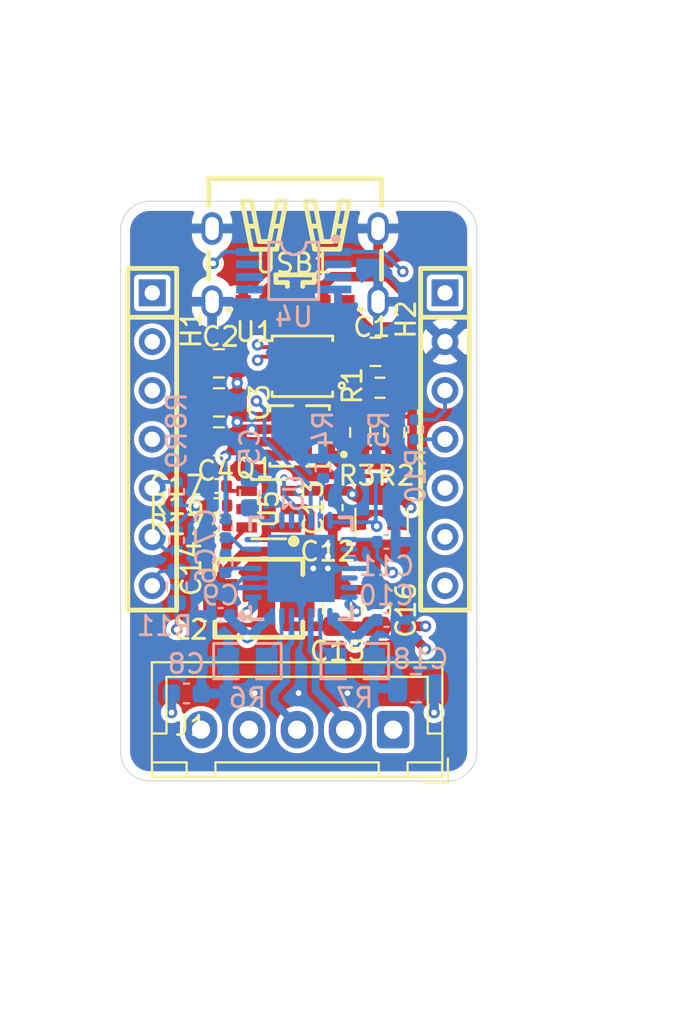
<source format=kicad_pcb>
(kicad_pcb (version 20240108) (generator "pcbnew") (generator_version "8.0")
  (title_block (title "Pepper Stepper") (date "2025-03-27") (rev "0.1"))
  (layers (0 "F.Cu" signal) (1 "In1.Cu" signal) (2 "In2.Cu" signal) (31 "B.Cu" signal) (34 "B.Paste" user) (35 "F.Paste" user) (36 "B.SilkS" user "B.Silkscreen") (37 "F.SilkS" user "F.Silkscreen") (38 "B.Mask" user) (39 "F.Mask" user) (44 "Edge.Cuts" user))
  (net 0 "")
  (net 1 "Net-(U1-VIN)")
  (net 2 "+3V3")
  (net 3 "VM")
  (net 4 "Net-(U3-5VOUT)")
  (net 5 "Net-(U3-CPI)")
  (net 6 "Net-(U3-CPO)")
  (net 7 "Net-(U3-VCP)")
  (net 8 "Net-(U5-SW)")
  (net 9 "Net-(U5-BOOT)")
  (net 10 "Net-(U5-FB)")
  (net 12 "Net-(H1-Pad7)")
  (net 13 "/SCL")
  (net 14 "/INDEX")
  (net 16 "/DIAG")
  (net 17 "/SDA")
  (net 18 "+5V")
  (net 19 "/1-WIRE")
  (net 20 "/TACH")
  (net 21 "/PWM")
  (net 22 "/UART")
  (net 23 "/A2")
  (net 24 "/B1")
  (net 25 "/B2")
  (net 26 "/A1")
  (net 27 "Net-(Q1-S-Pad1)")
  (net 28 "Net-(Q1-G)")
  (net 29 "Net-(U1-GATE)")
  (net 30 "Net-(U3-CLK)")
  (net 31 "Net-(U3-BRB)")
  (net 32 "Net-(U3-BRA)")
  (net 35 "/CC2")
  (net 36 "/CC1")
  (net 50 "GND")
  (footprint "pepper_stepper:DFN-10_L3.0-W3.0-P0.50-BL-EP2.5" (layer "F.Cu") (at 150.308 75.1732 90)
    (property "Reference" "U1")
    (property "Value" "HUSB238_002DD")
  )
  (footprint "Resistor_SMD:R_0603_1608Metric" (layer "F.Cu") (at 153.3084 78.6128 90)
    (property "Reference" "R3")
    (property "Value" "5K1")
  )
  (footprint "Capacitor_SMD:C_1210_3225Metric" (layer "F.Cu") (at 154.4228 83.286982 -90)
    (property "Reference" "C12")
    (property "Value" "10uF/25v")
  )
  (footprint "Capacitor_SMD:C_0402_1005Metric" (layer "F.Cu") (at 145.8744 81.4012)
    (property "Reference" "C17")
    (property "Value" "56pF")
  )
  (footprint "Resistor_SMD:R_0402_1005Metric" (layer "F.Cu") (at 145.8744 82.4172 180)
    (property "Reference" "R16")
    (property "Value" "100K@1%")
  )
  (footprint "Capacitor_SMD:C_0805_2012Metric" (layer "F.Cu") (at 145.9576 77.0497 180)
    (property "Reference" "C3")
    (property "Value" "4.7uF")
  )
  (footprint "Capacitor_SMD:C_0805_2012Metric" (layer "F.Cu") (at 145.9576 75.0177)
    (property "Reference" "C2")
    (property "Value" "4.7uF")
  )
  (footprint "pepper_stepper:SOT-23-6_L2.9-W1.6-P0.95-LS2.8-BL" (layer "F.Cu") (at 148.5484 82.6052 90)
    (property "Reference" "U5")
    (property "Value" "TPS54202DDCR")
  )
  (footprint "pepper_stepper:HDR-TH_7P-P2.54-V-F_MF254V-11-07-0743" (layer "F.Cu") (at 142.4848 78.968982 -90)
    (property "Reference" "H1")
    (property "Value" "MF254V-11-07-0743")
  )
  (footprint "pepper_stepper:PDFN-8_L3.1-W3.0-P0.65-LS3.3-BL" (layer "F.Cu") (at 150.15 78.78 90)
    (property "Reference" "Q1")
    (property "Value" "DOZ30P03")
  )
  (footprint "pepper_stepper:IND-SMD_L4.5-W4.1_YXMAA0402" (layer "F.Cu") (at 148.0334 87.2432)
    (property "Reference" "L2")
    (property "Value" "MDA4020-100M")
  )
  (footprint "Capacitor_SMD:C_0603_1608Metric" (layer "F.Cu") (at 151.8828 82.524982 90)
    (property "Reference" "C13")
    (property "Value" "0.1uF/25v")
  )
  (footprint "Capacitor_SMD:C_0805_2012Metric" (layer "F.Cu") (at 154.1008 74.4198 180)
    (property "Reference" "C1")
    (property "Value" "1uF/50V")
  )
  (footprint "Connector_JST:JST_XH_B5B-XH-A_1x05_P2.50mm_Vertical" (layer "F.Cu") (at 155.0248 94.081982 180)
    (property "Reference" "J1")
    (property "Value" "Conn_01x05_Socket")
  )
  (footprint "Resistor_SMD:R_0603_1608Metric" (layer "F.Cu") (at 154.3396 76.2877 180)
    (property "Reference" "R1")
    (property "Value" "10R")
  )
  (footprint "Capacitor_SMD:C_0805_2012Metric" (layer "F.Cu") (at 145.9576 79.0817 180)
    (property "Reference" "C4")
    (property "Value" "4.7uF")
  )
  (footprint "pepper_stepper:HDR-TH_7P-P2.54-V-F_MF254V-11-07-0743" (layer "F.Cu") (at 157.7248 78.968982 -90)
    (property "Reference" "H2")
    (property "Value" "MF254V-11-07-0743")
  )
  (footprint "Capacitor_SMD:C_0402_1005Metric" (layer "F.Cu") (at 145.8744 84.4492 180)
    (property "Reference" "C14")
    (property "Value" "0.1uF")
  )
  (footprint "Resistor_SMD:R_0603_1608Metric" (layer "F.Cu") (at 155.0864 78.6128 -90)
    (property "Reference" "R2")
    (property "Value" "49.9K")
  )
  (footprint "Resistor_SMD:R_0402_1005Metric" (layer "F.Cu") (at 145.8744 83.4332)
    (property "Reference" "R17")
    (property "Value" "22K1@1%")
  )
  (footprint "Capacitor_SMD:C_0805_2012Metric" (layer "F.Cu") (at 152.0974 87.7512 -90)
    (property "Reference" "C15")
    (property "Value" "22uF")
  )
  (footprint "pepper_stepper:TYPE-C-SMD_TYPE-C-6P_5" (layer "F.Cu") (at 149.92 70.03 180)
    (property "Reference" "USB1")
    (property "Value" "TYPE-C 6P(073)")
  )
  (footprint "Capacitor_SMD:C_0805_2012Metric" (layer "F.Cu") (at 154.1294 87.7512 -90)
    (property "Reference" "C16")
    (property "Value" "22uF")
  )
  (footprint "Capacitor_SMD:C_0805_2012Metric" (layer "B.Cu") (at 156.2008 91.922982)
    (property "Reference" "C18")
    (property "Value" "22uF")
  )
  (footprint "Capacitor_SMD:C_0402_1005Metric" (layer "B.Cu") (at 146.0408 88.112982)
    (property "Reference" "C9")
    (property "Value" "100nF/50V")
  )
  (footprint "pepper_stepper:R0805" (layer "B.Cu") (at 153.0258 90.5148)
    (property "Reference" "R7")
    (property "Value" "1R00")
  )
  (footprint "Resistor_SMD:R_0402_1005Metric" (layer "B.Cu") (at 151.3748 80.4818 -90)
    (property "Reference" "R4")
    (property "Value" "20K")
  )
  (footprint "Capacitor_SMD:C_0402_1005Metric" (layer "B.Cu") (at 154.6768 84.302982)
    (property "Reference" "C11")
    (property "Value" "100nF/50V")
  )
  (footprint "Capacitor_SMD:C_0402_1005Metric" (layer "B.Cu") (at 146.2948 85.4348 90)
    (property "Reference" "C6")
    (property "Value" "22nF/50V")
  )
  (footprint "Capacitor_SMD:C_0603_1608Metric" (layer "B.Cu") (at 144.2628 92.196046 180)
    (property "Reference" "C8")
    (property "Value" "1uF/50V")
  )
  (footprint "Resistor_SMD:R_0402_1005Metric" (layer "B.Cu") (at 156.2008 78.460982 -90)
    (property "Reference" "R10")
    (property "Value" "4K7")
  )
  (footprint "Resistor_SMD:R_0402_1005Metric" (layer "B.Cu") (at 154.1688 80.492982 -90)
    (property "Reference" "R5")
    (property "Value" "20K")
  )
  (footprint "Resistor_SMD:R_0402_1005Metric" (layer "B.Cu") (at 143.7548 84.238982 -90)
    (property "Reference" "R9")
    (property "Value" "2K2")
  )
  (footprint "Resistor_SMD:R_0603_1608Metric" (layer "B.Cu") (at 143.7548 86.651982 90)
    (property "Reference" "R11")
    (property "Value" "1K")
  )
  (footprint "pepper_stepper:MSOP-8_L3.0-W3.0-P0.65-LS4.9-BL" (layer "B.Cu") (at 149.8508 70.1948 -90)
    (property "Reference" "U4")
    (property "Value" "DS18B20U")
  )
  (footprint "pepper_stepper:R0805" (layer "B.Cu") (at 147.4378 90.5148 180)
    (property "Reference" "R6")
    (property "Value" "1R00")
  )
  (footprint "Capacitor_SMD:C_0402_1005Metric" (layer "B.Cu") (at 146.2948 83.6048 90)
    (property "Reference" "C7")
    (property "Value" "100nF/50V")
  )
  (footprint "Resistor_SMD:R_0402_1005Metric" (layer "B.Cu") (at 143.7548 81.698982 90)
    (property "Reference" "R8")
    (property "Value" "2K2")
  )
  (footprint "pepper_stepper:QFN-28_L5.0-W5.0-P0.50-BL-EP" (layer "B.Cu") (at 150.2318 85.6888 90)
    (property "Reference" "U3")
    (property "Value" "TMC2209-LA-T")
  )
  (footprint "Capacitor_SMD:C_0603_1608Metric" (layer "B.Cu") (at 147.5648 81.762982 90)
    (property "Reference" "C5")
    (property "Value" "4.7uF")
  )
  (footprint "Capacitor_SMD:C_0402_1005Metric" (layer "B.Cu") (at 154.6768 88.366982 180)
    (property "Reference" "C10")
    (property "Value" "100nF/50V")
  )
  (gr_line (start 142.3578 66.584613) (end 157.8518 66.584613) (stroke (width 0.05)) (layer "Edge.Cuts"))
  (gr_line (start 159.381082 95.2197) (end 159.3758 68.108613) (stroke (width 0.05)) (layer "Edge.Cuts"))
  (gr_arc (start 159.381082 95.2197) (mid 158.933159 96.301054) (end 157.8518 96.748982) (stroke (width 0.05)) (layer "Edge.Cuts"))
  (gr_line (start 140.8338 95.2197) (end 140.8338 68.108613) (stroke (width 0.05)) (layer "Edge.Cuts"))
  (gr_arc (start 140.8338 68.108613) (mid 141.280158 67.030962) (end 142.3578 66.584613) (stroke (width 0.05)) (layer "Edge.Cuts"))
  (gr_arc (start 142.3578 96.7437) (mid 141.280163 96.297332) (end 140.8338 95.2197) (stroke (width 0.05)) (layer "Edge.Cuts"))
  (gr_line (start 157.8518 96.748982) (end 142.3578 96.748982) (stroke (width 0.05)) (layer "Edge.Cuts"))
  (gr_arc (start 157.8518 66.584613) (mid 158.92942 67.030984) (end 159.3758 68.108613) (stroke (width 0.05)) (layer "Edge.Cuts"))
  (segment (start 151.718 76.1732) (end 153.4001 76.1732) (width 0.2) (layer "F.Cu") (net 1))
  (segment (start 153.4001 76.1732) (end 153.5146 76.2877) (width 0.2) (layer "F.Cu") (net 1))
  (segment (start 153.5146 75.774782) (end 153.5146 76.2877) (width 0.4) (layer "F.Cu") (net 1))
  (segment (start 153.1508 75.410982) (end 153.5146 75.774782) (width 0.4) (layer "F.Cu") (net 1))
  (segment (start 153.1508 74.4198) (end 153.1508 75.410982) (width 0.4) (layer "F.Cu") (net 1))
  (segment (start 153.5146 76.2877) (end 153.2606 76.0337) (width 0.2) (layer "F.Cu") (net 1))
  (segment (start 153.102 88.7012) (end 154.1294 88.7012) (width 0.5) (layer "F.Cu") (net 2))
  (segment (start 150.6394 87.2432) (end 150.6394 88.7012) (width 0.5) (layer "F.Cu") (net 2))
  (segment (start 145.3644 82.4172) (end 144.771624 82.4172) (width 0.5) (layer "F.Cu") (net 2))
  (segment (start 150.6394 88.7012) (end 152.0974 88.7012) (width 0.5) (layer "F.Cu") (net 2))
  (segment (start 149.4088 88.7012) (end 149.3936 88.686) (width 0.5) (layer "F.Cu") (net 2))
  (segment (start 152.0974 88.7012) (end 153.102 88.7012) (width 0.5) (layer "F.Cu") (net 2))
  (segment (start 145.3944 82.3872) (end 145.3644 82.4172) (width 0.2) (layer "F.Cu") (net 2))
  (segment (start 156.7088 88.7012) (end 154.1294 88.7012) (width 0.5) (layer "F.Cu") (net 2))
  (segment (start 149.3936 88.686) (end 149.3936 87.883) (width 0.5) (layer "F.Cu") (net 2))
  (segment (start 155.519018 88.7012) (end 154.1294 88.7012) (width 0.5) (layer "F.Cu") (net 2))
  (segment (start 145.3944 81.4012) (end 145.3944 82.3872) (width 0.2) (layer "F.Cu") (net 2))
  (segment (start 150.6394 88.7012) (end 149.4088 88.7012) (width 0.5) (layer "F.Cu") (net 2))
  (segment (start 149.3936 87.883) (end 150.0334 87.2432) (width 0.5) (layer "F.Cu") (net 2))
  (segment (start 156.7088 89.890982) (end 155.519018 88.7012) (width 0.5) (layer "F.Cu") (net 2))
  (via (at 144.771624 82.4172) (size 0.6) (drill 0.3) (layers "F.Cu" "B.Cu") (net 2))
  (via (at 145.6598 69.8138) (size 0.6) (drill 0.3) (layers "F.Cu" "B.Cu") (net 2))
  (via (at 156.7088 89.890982) (size 0.6) (drill 0.3) (layers "F.Cu" "B.Cu") (net 2))
  (via (at 154.988869 85.906075) (size 0.6) (drill 0.3) (layers "F.Cu" "B.Cu") (net 2))
  (via (at 156.7088 88.7012) (size 0.6) (drill 0.3) (layers "F.Cu" "B.Cu") (net 2))
  (segment (start 154.1968 85.114006) (end 154.1968 84.302982) (width 0.2) (layer "B.Cu") (net 2))
  (segment (start 147.5508 69.2148) (end 146.2588 69.2148) (width 0.2) (layer "B.Cu") (net 2))
  (segment (start 143.7548 83.434024) (end 143.7548 83.728982) (width 0.2) (layer "B.Cu") (net 2))
  (segment (start 154.1968 84.302982) (end 154.082618 84.1888) (width 0.2) (layer "B.Cu") (net 2))
  (segment (start 144.771624 82.4172) (end 144.039218 82.4172) (width 0.2) (layer "B.Cu") (net 2))
  (segment (start 154.082618 84.1888) (end 152.7318 84.1888) (width 0.2) (layer "B.Cu") (net 2))
  (segment (start 146.2588 69.2148) (end 145.6598 69.8138) (width 0.2) (layer "B.Cu") (net 2))
  (segment (start 157.2188 77.950982) (end 157.7248 77.444982) (width 0.2) (layer "B.Cu") (net 2))
  (segment (start 144.771624 82.4172) (end 143.7548 83.434024) (width 0.2) (layer "B.Cu") (net 2))
  (segment (start 156.2008 77.950982) (end 157.2188 77.950982) (width 0.2) (layer "B.Cu") (net 2))
  (segment (start 157.7248 77.444982) (end 157.7248 76.428982) (width 0.2) (layer "B.Cu") (net 2))
  (segment (start 154.988869 85.906075) (end 154.1968 85.114006) (width 0.2) (layer "B.Cu") (net 2))
  (segment (start 144.039218 82.4172) (end 143.7548 82.132782) (width 0.2) (layer "B.Cu") (net 2))
  (segment (start 153.361864 81.825664) (end 153.375546 81.811982) (width 0.2) (layer "F.Cu") (net 3))
  (segment (start 148.55 79.1) (end 147.6664 79.1) (width 0.5) (layer "F.Cu") (net 3))
  (segment (start 148.55 78.45) (end 147.6664 78.45) (width 0.5) (layer "F.Cu") (net 3))
  (segment (start 152.728336 81.6552) (end 152.8988 81.825664) (width 0.5) (layer "F.Cu") (net 3))
  (segment (start 146.9076 78.3228) (end 146.9076 78.0688) (width 0.5) (layer "F.Cu") (net 3))
  (segment (start 146.9259 79.1) (end 146.9076 79.0817) (width 0.5) (layer "F.Cu") (net 3))
  (segment (start 149.6984 81.6552) (end 150.1318 81.6552) (width 0.5) (layer "F.Cu") (net 3))
  (segment (start 152.8988 81.825664) (end 153.361864 81.825664) (width 0.5) (layer "F.Cu") (net 3))
  (segment (start 146.9076 78.0288) (end 146.9076 77.0497) (width 0.5) (layer "F.Cu") (net 3))
  (segment (start 153.0518 81.9582) (end 154.276582 81.9582) (width 0.5) (layer "F.Cu") (net 3))
  (segment (start 155.9468 82.524982) (end 155.2338 81.811982) (width 0.5) (layer "F.Cu") (net 3))
  (segment (start 148.55 79.76) (end 147.6664 79.76) (width 0.5) (layer "F.Cu") (net 3))
  (segment (start 147.6664 79.1) (end 146.9259 79.1) (width 0.5) (layer "F.Cu") (net 3))
  (segment (start 147.6664 77.8) (end 147.1364 77.8) (width 0.5) (layer "F.Cu") (net 3))
  (segment (start 147.5859 79.76) (end 146.9076 79.0817) (width 0.5) (layer "F.Cu") (net 3))
  (segment (start 146.9076 76.0368) (end 146.9076 75.0177) (width 0.5) (layer "F.Cu") (net 3))
  (segment (start 147.1364 77.8) (end 146.9076 78.0288) (width 0.5) (layer "F.Cu") (net 3))
  (segment (start 147.6664 78.45) (end 147.0348 78.45) (width 0.5) (layer "F.Cu") (net 3))
  (segment (start 148.55 77.8) (end 147.6664 77.8) (width 0.5) (layer "F.Cu") (net 3))
  (segment (start 153.375546 81.811982) (end 154.4228 81.811982) (width 0.2) (layer "F.Cu") (net 3))
  (segment (start 154.4228 81.811982) (end 155.2338 81.811982) (width 0.2) (layer "F.Cu") (net 3))
  (segment (start 146.2948 79.8468) (end 146.2948 79.6945) (width 0.2) (layer "F.Cu") (net 3))
  (segment (start 146.9076 79.0817) (end 146.9076 78.3228) (width 0.5) (layer "F.Cu") (net 3))
  (segment (start 154.276582 81.9582) (end 154.4228 81.811982) (width 0.5) (layer "F.Cu") (net 3))
  (segment (start 147.6664 79.76) (end 147.5859 79.76) (width 0.5) (layer "F.Cu") (net 3))
  (segment (start 146.2948 79.6945) (end 146.9076 79.0817) (width 0.2) (layer "F.Cu") (net 3))
  (segment (start 146.9076 78.0688) (end 146.9076 76.0368) (width 0.5) (layer "F.Cu") (net 3))
  (segment (start 147.0348 78.45) (end 146.9076 78.3228) (width 0.5) (layer "F.Cu") (net 3))
  (segment (start 150.1318 81.6552) (end 152.728336 81.6552) (width 0.5) (layer "F.Cu") (net 3))
  (via (at 153.046495 89.535977) (size 0.6) (drill 0.3) (layers "F.Cu" "B.Cu") (net 3))
  (via (at 150.1318 81.6552) (size 0.6) (drill 0.3) (layers "F.Cu" "B.Cu") (net 3))
  (via (at 157.157038 93.192982) (size 0.6) (drill 0.3) (layers "F.Cu" "B.Cu") (net 3))
  (via (at 143.4878 93.192982) (size 0.6) (drill 0.3) (layers "F.Cu" "B.Cu") (net 3))
  (via (at 155.9468 82.524982) (size 0.6) (drill 0.3) (layers "F.Cu" "B.Cu") (net 3))
  (via (at 146.9076 78.0688) (size 0.6) (drill 0.3) (layers "F.Cu" "B.Cu") (net 3))
  (via (at 146.9076 76.0368) (size 0.6) (drill 0.3) (layers "F.Cu" "B.Cu") (net 3))
  (via (at 146.2948 79.8468) (size 0.6) (drill 0.3) (layers "F.Cu" "B.Cu") (net 3))
  (via (at 147.6664 77.8) (size 0.6) (drill 0.3) (layers "F.Cu" "B.Cu") (net 3))
  (via (at 152.8988 81.825664) (size 0.6) (drill 0.3) (layers "F.Cu" "B.Cu") (net 3))
  (via (at 147.4258 89.286) (size 0.6) (drill 0.3) (layers "F.Cu" "B.Cu") (net 3))
  (via (at 147.6664 78.45) (size 0.6) (drill 0.3) (layers "F.Cu" "B.Cu") (net 3))
  (segment (start 157.157038 91.92922) (end 157.1508 91.922982) (width 0.5) (layer "B.Cu") (net 3))
  (segment (start 143.4878 93.192982) (end 143.4878 92.196046) (width 0.5) (layer "B.Cu") (net 3))
  (segment (start 152.0098 88.2288) (end 152.0098 88.4668) (width 0.5) (layer "B.Cu") (net 3))
  (segment (start 153.046495 89.335305) (end 154.078 88.3038) (width 0.5) (layer "B.Cu") (net 3))
  (segment (start 147.4282 89.2836) (end 147.4258 89.286) (width 0.2) (layer "B.Cu") (net 3))
  (segment (start 148.6208 88.1888) (end 148.7318 88.1888) (width 0.2) (layer "B.Cu") (net 3))
  (segment (start 146.458 88.1768) (end 147.5648 89.2836) (width 0.5) (layer "B.Cu") (net 3))
  (segment (start 147.5236 89.286) (end 148.6208 88.1888) (width 0.5) (layer "B.Cu") (net 3))
  (segment (start 152.0098 88.4668) (end 153.046495 89.503495) (width 0.5) (layer "B.Cu") (net 3))
  (segment (start 153.046495 89.535977) (end 153.046495 89.335305) (width 0.5) (layer "B.Cu") (net 3))
  (segment (start 153.046495 89.503495) (end 153.046495 89.535977) (width 0.2) (layer "B.Cu") (net 3))
  (segment (start 146.2948 79.8468) (end 146.2948 83.1248) (width 0.2) (layer "B.Cu") (net 3))
  (segment (start 147.5648 89.2836) (end 147.4282 89.2836) (width 0.2) (layer "B.Cu") (net 3))
  (segment (start 157.157038 93.192982) (end 157.157038 91.92922) (width 0.5) (layer "B.Cu") (net 3))
  (segment (start 147.4258 89.286) (end 147.5236 89.286) (width 0.5) (layer "B.Cu") (net 3))
  (segment (start 148.215618 83.1888) (end 148.7318 83.1888) (width 0.2) (layer "B.Cu") (net 4))
  (segment (start 147.5648 82.537982) (end 148.215618 83.1888) (width 0.2) (layer "B.Cu") (net 4))
  (segment (start 147.7318 85.1888) (end 146.5288 85.1888) (width 0.2) (layer "B.Cu") (net 5))
  (segment (start 146.5288 85.1888) (end 146.2948 84.9548) (width 0.2) (layer "B.Cu") (net 5))
  (segment (start 147.7318 85.6888) (end 146.5208 85.6888) (width 0.2) (layer "B.Cu") (net 6))
  (segment (start 146.5208 85.6888) (end 146.2948 85.9148) (width 0.2) (layer "B.Cu") (net 6))
  (segment (start 146.5958 84.0848) (end 147.1998 84.6888) (width 0.2) (layer "B.Cu") (net 7))
  (segment (start 147.1998 84.6888) (end 147.7318 84.6888) (width 0.2) (layer "B.Cu") (net 7))
  (segment (start 146.2948 84.0848) (end 146.5958 84.0848) (width 0.2) (layer "B.Cu") (net 7))
  (segment (start 145.3944 84.926582) (end 146.0334 85.565582) (width 0.2) (layer "F.Cu") (net 8))
  (segment (start 150.6834 82.8402) (end 150.4484 82.6052) (width 0.5) (layer "F.Cu") (net 8))
  (segment (start 147.3108 84.810982) (end 150.142618 84.810982) (width 0.5) (layer "F.Cu") (net 8))
  (segment (start 145.3944 84.4492) (end 145.3944 84.926582) (width 0.2) (layer "F.Cu") (net 8))
  (segment (start 150.142618 84.810982) (end 150.6834 84.2702) (width 0.5) (layer "F.Cu") (net 8))
  (segment (start 150.6834 84.2702) (end 150.6834 82.8402) (width 0.5) (layer "F.Cu") (net 8))
  (segment (start 146.0334 85.565582) (end 146.0334 87.2432) (width 0.2) (layer "F.Cu") (net 8))
  (segment (start 146.0334 87.2432) (end 146.0334 86.088382) (width 0.5) (layer "F.Cu") (net 8))
  (segment (start 150.4484 82.6052) (end 149.6984 82.6052) (width 0.5) (layer "F.Cu") (net 8))
  (segment (start 146.0334 86.088382) (end 147.3108 84.810982) (width 0.5) (layer "F.Cu") (net 8))
  (segment (start 146.5044 84.4492) (end 147.3984 83.5552) (width 0.2) (layer "F.Cu") (net 9))
  (segment (start 146.3544 84.4492) (end 146.5044 84.4492) (width 0.2) (layer "F.Cu") (net 9))
  (segment (start 146.3544 81.4012) (end 146.3544 81.713458) (width 0.2) (layer "F.Cu") (net 10))
  (segment (start 146.3544 83.4032) (end 146.3844 83.4332) (width 0.2) (layer "F.Cu") (net 10))
  (segment (start 147.3984 81.6552) (end 146.412658 81.6552) (width 0.2) (layer "F.Cu") (net 10))
  (segment (start 146.412658 81.6552) (end 146.3544 81.713458) (width 0.2) (layer "F.Cu") (net 10))
  (segment (start 146.3544 81.713458) (end 146.3544 83.4032) (width 0.2) (layer "F.Cu") (net 10))
  (segment (start 143.7548 85.826982) (end 142.9288 85.826982) (width 0.2) (layer "B.Cu") (net 12))
  (segment (start 142.9288 85.826982) (end 142.1038 86.651982) (width 0.2) (layer "B.Cu") (net 12))
  (segment (start 148.153603 74.6732) (end 147.9712 74.855603) (width 0.2) (layer "F.Cu") (net 13))
  (segment (start 148.898 74.6732) (end 148.153603 74.6732) (width 0.2) (layer "F.Cu") (net 13))
  (via (at 147.9712 74.855603) (size 0.6) (drill 0.3) (layers "F.Cu" "B.Cu") (net 13))
  (segment (start 143.7548 84.748982) (end 143.1848 84.748982) (width 0.2) (layer "B.Cu") (net 13))
  (segment (start 142.1668 84.048982) (end 142.1038 84.111982) (width 0.2) (layer "B.Cu") (net 13))
  (segment (start 143.1848 84.748982) (end 142.4848 84.048982) (width 0.2) (layer "B.Cu") (net 13))
  (segment (start 142.4848 84.048982) (end 142.1668 84.048982) (width 0.2) (layer "B.Cu") (net 13))
  (via (at 147.9076 76.978217) (size 0.6) (drill 0.3) (layers "F.Cu" "B.Cu") (net 14))
  (segment (start 150.7318 83.1888) (end 150.7318 81.406671) (width 0.2) (layer "B.Cu") (net 14))
  (segment (start 148.3268 79.001671) (end 148.3268 77.397417) (width 0.2) (layer "B.Cu") (net 14))
  (segment (start 148.3268 77.397417) (end 147.9076 76.978217) (width 0.2) (layer "B.Cu") (net 14))
  (segment (start 150.7318 81.406671) (end 148.3268 79.001671) (width 0.2) (layer "B.Cu") (net 14))
  (via (at 149.3428 80.990198) (size 0.4) (drill 0.2) (layers "F.Cu" "B.Cu") (net 16))
  (segment (start 149.3428 80.990198) (end 149.3428 81.867546) (width 0.2) (layer "B.Cu") (net 16))
  (segment (start 149.3428 81.867546) (end 150.2318 82.756546) (width 0.2) (layer "B.Cu") (net 16))
  (segment (start 150.2318 82.756546) (end 150.2318 83.1888) (width 0.2) (layer "B.Cu") (net 16))
  (segment (start 147.9712 74.0556) (end 148.0888 74.1732) (width 0.2) (layer "F.Cu") (net 17))
  (segment (start 148.0888 74.1732) (end 148.898 74.1732) (width 0.2) (layer "F.Cu") (net 17))
  (via (at 147.9712 74.0556) (size 0.6) (drill 0.3) (layers "F.Cu" "B.Cu") (net 17))
  (segment (start 142.4868 81.188982) (end 142.1038 81.571982) (width 0.2) (layer "B.Cu") (net 17))
  (segment (start 143.7548 81.188982) (end 142.4868 81.188982) (width 0.2) (layer "B.Cu") (net 17))
  (via (at 155.530222 70.24156) (size 0.6) (drill 0.3) (layers "F.Cu" "B.Cu") (net 19))
  (segment (start 154.503462 69.2148) (end 152.1508 69.2148) (width 0.2) (layer "B.Cu") (net 19))
  (segment (start 155.530222 70.24156) (end 154.503462 69.2148) (width 0.2) (layer "B.Cu") (net 19))
  (segment (start 157.7228 78.970982) (end 157.7248 78.968982) (width 0.2) (layer "B.Cu") (net 19))
  (segment (start 156.2008 78.970982) (end 157.7228 78.970982) (width 0.2) (layer "B.Cu") (net 19))
  (via (at 154.16878 83.492983) (size 0.6) (drill 0.3) (layers "F.Cu" "B.Cu") (net 22))
  (via (at 143.7548 88.874982) (size 0.6) (drill 0.3) (layers "F.Cu" "B.Cu") (net 22))
  (segment (start 154.022618 83.286982) (end 151.829982 83.286982) (width 0.2) (layer "B.Cu") (net 22))
  (segment (start 151.829982 83.286982) (end 151.7318 83.1888) (width 0.2) (layer "B.Cu") (net 22))
  (segment (start 154.1208 81.050982) (end 154.1208 83.1888) (width 0.2) (layer "B.Cu") (net 22))
  (segment (start 154.16878 83.492983) (end 154.1208 83.445003) (width 0.2) (layer "B.Cu") (net 22))
  (segment (start 154.1208 83.445003) (end 154.1208 83.1888) (width 0.2) (layer "B.Cu") (net 22))
  (segment (start 154.1208 83.1888) (end 154.022618 83.286982) (width 0.2) (layer "B.Cu") (net 22))
  (segment (start 154.1688 81.002982) (end 154.1208 81.050982) (width 0.2) (layer "B.Cu") (net 22))
  (segment (start 143.7548 88.874982) (end 143.7548 87.476982) (width 0.2) (layer "B.Cu") (net 22))
  (via (at 153.113399 87.924763) (size 0.6) (drill 0.3) (layers "F.Cu" "B.Cu") (net 23))
  (segment (start 152.7318 87.543164) (end 153.113399 87.924763) (width 0.5) (layer "B.Cu") (net 23))
  (segment (start 152.7318 87.1888) (end 152.7318 87.543164) (width 0.3) (layer "B.Cu") (net 23))
  (segment (start 149.730812 88.842716) (end 149.730812 89.560095) (width 0.3) (layer "B.Cu") (net 24))
  (segment (start 149.730812 89.560095) (end 149.4698 89.821107) (width 0.3) (layer "B.Cu") (net 24))
  (segment (start 149.7318 88.1888) (end 149.7318 88.841728) (width 0.2) (layer "B.Cu") (net 24))
  (segment (start 149.4698 91.5378) (end 148.8348 92.1728) (width 0.4) (layer "B.Cu") (net 24))
  (segment (start 148.8348 92.661482) (end 150.0248 93.851482) (width 0.4) (layer "B.Cu") (net 24))
  (segment (start 149.4698 89.821107) (end 149.4698 91.5378) (width 0.4) (layer "B.Cu") (net 24))
  (segment (start 148.8348 92.1728) (end 148.8348 92.661482) (width 0.4) (layer "B.Cu") (net 24))
  (segment (start 150.0248 93.851482) (end 150.0248 94.081982) (width 0.4) (layer "B.Cu") (net 24))
  (segment (start 149.7318 88.841728) (end 149.730812 88.842716) (width 0.2) (layer "B.Cu") (net 24))
  (via (at 147.433402 87.9748) (size 0.6) (drill 0.3) (layers "F.Cu" "B.Cu") (net 25))
  (segment (start 147.433402 87.9748) (end 147.7318 87.676402) (width 0.5) (layer "B.Cu") (net 25))
  (segment (start 147.7318 87.4668) (end 147.7318 87.1888) (width 0.3) (layer "B.Cu") (net 25))
  (segment (start 147.7318 87.676402) (end 147.7318 87.4668) (width 0.5) (layer "B.Cu") (net 25))
  (segment (start 150.7318 89.927907) (end 150.7318 88.1888) (width 0.3) (layer "B.Cu") (net 26))
  (segment (start 150.9938 92.049982) (end 152.5248 93.580982) (width 0.4) (layer "B.Cu") (net 26))
  (segment (start 150.730812 88.189788) (end 150.7318 88.1888) (width 0.3) (layer "B.Cu") (net 26))
  (segment (start 152.5248 93.580982) (end 152.5248 94.081982) (width 0.4) (layer "B.Cu") (net 26))
  (segment (start 150.9938 90.189907) (end 150.9938 92.049982) (width 0.4) (layer "B.Cu") (net 26))
  (segment (start 152.5248 94.081982) (end 152.5248 94.1838) (width 0.4) (layer "B.Cu") (net 26))
  (segment (start 150.7318 89.927907) (end 150.9938 90.189907) (width 0.4) (layer "B.Cu") (net 26))
  (segment (start 148.42 71.21) (end 148.42 72.06) (width 0.5) (layer "F.Cu") (net 27))
  (segment (start 155.0864 77.7878) (end 155.9876 77.7878) (width 0.2) (layer "F.Cu") (net 27))
  (segment (start 151.8724 70.51) (end 154.738 70.51) (width 0.5) (layer "F.Cu") (net 27))
  (segment (start 151.42 71.51) (end 151.07 71.16) (width 0.2) (layer "F.Cu") (net 27))
  (segment (start 151.42 72.06) (end 151.42 70.9624) (width 0.5) (layer "F.Cu") (net 27))
  (segment (start 152.2778 80.2878) (end 151.75 79.76) (width 0.5) (layer "F.Cu") (net 27))
  (segment (start 156.0114 79.9854) (end 155.709 80.2878) (width 0.5) (layer "F.Cu") (net 27))
  (segment (start 155.9876 77.7878) (end 156.0114 77.764) (width 0.2) (layer "F.Cu") (net 27))
  (segment (start 151.42 70.9624) (end 151.8724 70.51) (width 0.5) (layer "F.Cu") (net 27))
  (segment (start 148.42 71.5901) (end 148.42 72.06) (width 0.2) (layer "F.Cu") (net 27))
  (segment (start 155.1646 76.2877) (end 156.0083 76.2877) (width 0.4) (layer "F.Cu") (net 27))
  (segment (start 151.75 79.76) (end 151.75 78.45) (width 0.5) (layer "F.Cu") (net 27))
  (segment (start 151.07 71.16) (end 148.8501 71.16) (width 0.2) (layer "F.Cu") (net 27))
  (segment (start 151.42 70.9624) (end 148.6676 70.9624) (width 0.5) (layer "F.Cu") (net 27))
  (segment (start 148.6676 70.9624) (end 148.42 71.21) (width 0.5) (layer "F.Cu") (net 27))
  (segment (start 154.738 70.51) (end 156.0114 71.7834) (width 0.5) (layer "F.Cu") (net 27))
  (segment (start 155.709 80.2878) (end 152.2778 80.2878) (width 0.5) (layer "F.Cu") (net 27))
  (segment (start 156.0083 76.2877) (end 156.0114 76.2908) (width 0.2) (layer "F.Cu") (net 27))
  (segment (start 156.0114 71.7834) (end 156.0114 76.2908) (width 0.5) (layer "F.Cu") (net 27))
  (segment (start 156.0114 77.764) (end 156.0114 79.9854) (width 0.5) (layer "F.Cu") (net 27))
  (segment (start 151.42 72.06) (end 151.42 71.51) (width 0.2) (layer "F.Cu") (net 27))
  (segment (start 156.0114 76.2908) (end 156.0114 77.764) (width 0.5) (layer "F.Cu") (net 27))
  (segment (start 151.4784 71.9245) (end 151.6064 72.0525) (width 0.2) (layer "F.Cu") (net 27))
  (segment (start 148.8501 71.16) (end 148.42 71.5901) (width 0.2) (layer "F.Cu") (net 27))
  (segment (start 151.75 77.8) (end 152.3 77.8) (width 0.2) (layer "F.Cu") (net 28))
  (segment (start 152.5334 78.0334) (end 152.5334 78.6628) (width 0.2) (layer "F.Cu") (net 28))
  (segment (start 152.5334 78.6628) (end 153.3084 79.4378) (width 0.2) (layer "F.Cu") (net 28))
  (segment (start 152.3 77.8) (end 152.5334 78.0334) (width 0.2) (layer "F.Cu") (net 28))
  (segment (start 155.0864 79.4378) (end 153.3084 79.4378) (width 0.2) (layer "F.Cu") (net 28))
  (segment (start 153.3084 77.7878) (end 152.457582 76.936982) (width 0.2) (layer "F.Cu") (net 29))
  (segment (start 148.898 76.3632) (end 148.898 76.1732) (width 0.2) (layer "F.Cu") (net 29))
  (segment (start 149.471782 76.936982) (end 148.898 76.3632) (width 0.2) (layer "F.Cu") (net 29))
  (segment (start 152.457582 76.936982) (end 149.471782 76.936982) (width 0.2) (layer "F.Cu") (net 29))
  (segment (start 151.2828 81.577135) (end 151.2828 83.1378) (width 0.2) (layer "B.Cu") (net 30))
  (segment (start 151.3748 81.485135) (end 151.2828 81.577135) (width 0.2) (layer "B.Cu") (net 30))
  (segment (start 151.2828 83.1378) (end 151.2318 83.1888) (width 0.2) (layer "B.Cu") (net 30))
  (segment (start 151.3748 80.9918) (end 151.3748 81.485135) (width 0.2) (layer "B.Cu") (net 30))
  (segment (start 149.2318 88.1888) (end 149.2158 88.2048) (width 0.2) (layer "B.Cu") (net 31))
  (segment (start 149.2158 89.368) (end 148.728 89.8558) (width 0.2) (layer "B.Cu") (net 31))
  (segment (start 149.2158 88.2048) (end 149.2158 89.368) (width 0.2) (layer "B.Cu") (net 31))
  (segment (start 151.2318 89.7208) (end 151.8988 90.3878) (width 0.2) (layer "B.Cu") (net 32))
  (segment (start 151.2318 88.1888) (end 151.2318 89.7208) (width 0.2) (layer "B.Cu") (net 32))
  (segment (start 149.42 72.5072) (end 150.2728 73.36) (width 0.2) (layer "F.Cu") (net 35))
  (segment (start 151.238 73.36) (end 151.718 73.84) (width 0.2) (layer "F.Cu") (net 35))
  (segment (start 149.42 72.06) (end 149.42 72.5072) (width 0.2) (layer "F.Cu") (net 35))
  (segment (start 150.2728 73.36) (end 151.238 73.36) (width 0.2) (layer "F.Cu") (net 35))
  (segment (start 151.718 73.84) (end 151.718 74.1732) (width 0.2) (layer "F.Cu") (net 35))
  (segment (start 152.3508 74.6036) (end 152.3508 73.8852) (width 0.2) (layer "F.Cu") (net 36))
  (segment (start 152.3508 73.8852) (end 151.4256 72.96) (width 0.2) (layer "F.Cu") (net 36))
  (segment (start 150.42 72.86) (end 150.42 72.06) (width 0.2) (layer "F.Cu") (net 36))
  (segment (start 152.2812 74.6732) (end 152.3508 74.6036) (width 0.2) (layer "F.Cu") (net 36))
  (segment (start 150.52 72.96) (end 150.42 72.86) (width 0.2) (layer "F.Cu") (net 36))
  (segment (start 151.718 74.6732) (end 152.2812 74.6732) (width 0.2) (layer "F.Cu") (net 36))
  (segment (start 151.4256 72.96) (end 150.52 72.96) (width 0.2) (layer "F.Cu") (net 36))
  (segment (start 154.24 73.563782) (end 154.181891 73.621891) (width 0.5) (layer "F.Cu") (net 50))
  (segment (start 154.24 73.126982) (end 154.24 73.563782) (width 0.5) (layer "F.Cu") (net 50))
  (segment (start 155.0508 74.4198) (end 154.9798 74.4198) (width 0.5) (layer "F.Cu") (net 50))
  (segment (start 154.1294 86.8012) (end 154.1294 85.055382) (width 0.5) (layer "F.Cu") (net 50))
  (segment (start 154.1294 85.055382) (end 154.4228 84.761982) (width 0.5) (layer "F.Cu") (net 50))
  (segment (start 154.24 73.126982) (end 155.1848 73.126982) (width 0.5) (layer "F.Cu") (net 50))
  (segment (start 152.62 72.06) (end 152.691 72.06) (width 0.5) (layer "F.Cu") (net 50))
  (segment (start 149.808 75.6732) (end 150.308 75.1732) (width 0.2) (layer "F.Cu") (net 50))
  (segment (start 154.24 71.81) (end 154.24 73.126982) (width 0.5) (layer "F.Cu") (net 50))
  (segment (start 150.308 74.173017) (end 149.428583 73.2936) (width 0.5) (layer "F.Cu") (net 50))
  (segment (start 148.898 75.1732) (end 150.308 75.1732) (width 0.2) (layer "F.Cu") (net 50))
  (segment (start 154.9798 74.4198) (end 154.181891 73.621891) (width 0.5) (layer "F.Cu") (net 50))
  (segment (start 150.308 75.1732) (end 150.308 74.173017) (width 0.5) (layer "F.Cu") (net 50))
  (segment (start 147.8036 73.2936) (end 147.22 72.71) (width 0.5) (layer "F.Cu") (net 50))
  (segment (start 154.181891 73.621891) (end 152.62 72.06) (width 0.5) (layer "F.Cu") (net 50))
  (segment (start 148.898 75.6732) (end 149.808 75.6732) (width 0.2) (layer "F.Cu") (net 50))
  (segment (start 147.22 72.71) (end 147.22 72.06) (width 0.5) (layer "F.Cu") (net 50))
  (segment (start 149.428583 73.2936) (end 147.8036 73.2936) (width 0.5) (layer "F.Cu") (net 50))
  (segment (start 152.87 71.81) (end 152.62 72.06) (width 0.2) (layer "F.Cu") (net 50))
  (segment (start 152.7064 71.9525) (end 152.6784 71.9245) (width 0.2) (layer "F.Cu") (net 50))
  (via (at 147.8188 92.176982) (size 0.6) (drill 0.3) (layers "F.Cu" "B.Cu") (net 50))
  (via (at 151.6288 85.6888) (size 0.6) (drill 0.3) (layers "F.Cu" "B.Cu") (net 50))
  (via (at 144.7708 83.4332) (size 0.6) (drill 0.3) (layers "F.Cu" "B.Cu") (net 50))
  (via (at 152.6448 92.176982) (size 0.6) (drill 0.3) (layers "F.Cu" "B.Cu") (net 50))
  (via (at 150.1048 92.176982) (size 0.6) (drill 0.3) (layers "F.Cu" "B.Cu") (net 50))
  (via (at 151.613725 84.454177) (size 0.6) (drill 0.3) (layers "F.Cu" "B.Cu") (net 50))
  (via (at 150.8668 85.6888) (size 0.6) (drill 0.3) (layers "F.Cu" "B.Cu") (net 50))
  (via (at 151.6288 85.064982) (size 0.6) (drill 0.3) (layers "F.Cu" "B.Cu") (net 50))
  (segment (start 151.6288 85.6888) (end 150.8668 85.6888) (width 0.2) (layer "B.Cu") (net 50))
  (segment (start 148.5808 86.1888) (end 149.7318 86.1888) (width 0.2) (layer "B.Cu") (net 50))
  (segment (start 147.7318 86.1888) (end 147.202982 86.1888) (width 0.2) (layer "B.Cu") (net 50))
  (segment (start 149.7318 86.1888) (end 150.2318 85.6888) (width 0.2) (layer "B.Cu") (net 50))
  (segment (start 147.7318 86.1888) (end 148.5808 86.1888) (width 0.2) (layer "B.Cu") (net 50))
  (segment (start 153.8988 90.3878) (end 153.808 90.297) (width 0.5) (layer "B.Cu") (net 50))
  (segment (start 152.7318 85.6888) (end 151.6288 85.6888) (width 0.2) (layer "B.Cu") (net 50))
  (segment (start 150.2318 88.1888) (end 150.2318 85.6888) (width 0.2) (layer "B.Cu") (net 50))
  (segment (start 146.6918 90.2608) (end 146.6918 90.0228) (width 0.5) (layer "B.Cu") (net 50))
  (segment (start 149.2318 86.6888) (end 150.2318 85.6888) (width 0.2) (layer "B.Cu") (net 50))
  (segment (start 150.8668 85.6888) (end 150.2318 85.6888) (width 0.2) (layer "B.Cu") (net 50))
  (segment (start 147.7318 86.6888) (end 148.5808 86.6888) (width 0.2) (layer "B.Cu") (net 50))
  (segment (start 148.5808 86.6888) (end 149.2318 86.6888) (width 0.2) (layer "B.Cu") (net 50))
  (segment (start 146.4378 90.5148) (end 146.6918 90.2608) (width 0.5) (layer "B.Cu") (net 50))
  (segment (start 153.808 90.297) (end 153.808 90.2406) (width 0.5) (layer "B.Cu") (net 50))
  (segment (start 147.202982 86.1888) (end 146.8028 86.588982) (width 0.2) (layer "B.Cu") (net 50))
  (zone (net 50) (net_name "GND") (layer "F.Cu") (connect_pads (clearance 0.25)) (min_thickness 0.2) (fill yes (thermal_gap 0.5) (thermal_bridge_width 0.5))
    (polygon (pts (xy 137.4048 101.828982) (xy 162.8048 101.828982) (xy 162.8048 61.087382) (xy 137.4048 61.188982)))
  )
  (zone (net 50) (net_name "GND") (layer "B.Cu") (connect_pads (clearance 0.25)) (min_thickness 0.2) (fill yes (thermal_gap 0.5) (thermal_bridge_width 0.5))
    (polygon (pts (xy 134.8648 56.108982) (xy 134.8648 108.788582) (xy 170.4248 109.398182) (xy 170.4248 56.108982)))
  )
)
</source>
